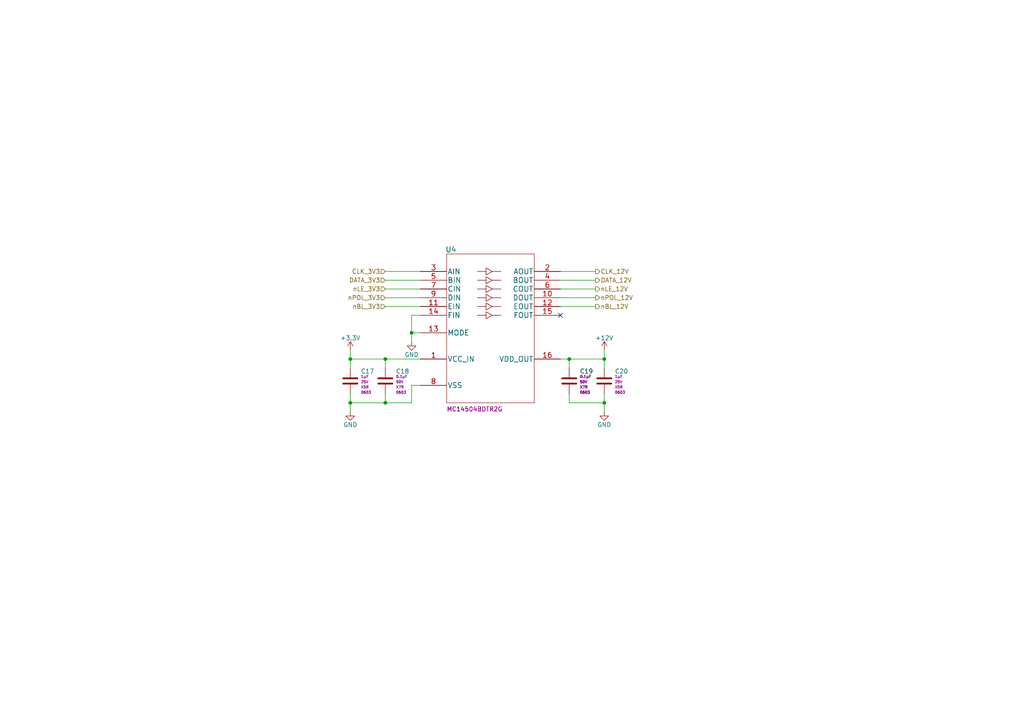
<source format=kicad_sch>
(kicad_sch (version 20211123) (generator eeschema)
  (paper "A4")
  (lib_symbols
    (symbol "arjun_symbols:CAP_CER_0u1_50V_X7R_0603" (pin_numbers hide) (pin_names (offset 0.254))
      (property "Reference" "C" (at 3.048 -1.016 0))
      (property "Capacitance" "0.1µF" (at 3.048 -2.54 0))
      (property "Voltage" "50V" (at 3.048 -4.064 0))
      (property "Package" "0603" (at 3.048 -7.112 0))
      (property "Temp Co" "X7R" (at 3.048 -5.588 0))
      (symbol "CAP_CER_0u1_50V_X7R_0603_0_1"
        (polyline (pts (xy -2.032 -4.572) (xy 2.032 -4.572)) (stroke (width 0.508)))
        (polyline (pts (xy -2.032 -3.048) (xy 2.032 -3.048)) (stroke (width 0.508)))
      )
      (symbol "CAP_CER_0u1_50V_X7R_0603_1_1"
        (pin passive line (at 0 0 270) (length 2.794) (name "~") (number "1"))
        (pin passive line (at 0 -7.62 90) (length 2.794) (name "~") (number "2"))
      )
    )
    (symbol "arjun_symbols:CAP_CER_1u_25V_X5R_0603" (pin_numbers hide) (pin_names (offset 0.254))
      (property "Reference" "C" (at 3.048 -1.016 0))
      (property "Capacitance" "1µF" (at 3.048 -2.54 0))
      (property "Voltage" "25V" (at 3.048 -4.064 0))
      (property "Package" "0603" (at 3.048 -7.112 0))
      (property "Temp Co" "X5R" (at 3.048 -5.588 0))
      (symbol "CAP_CER_1u_25V_X5R_0603_0_1"
        (polyline (pts (xy -2.032 -4.572) (xy 2.032 -4.572)) (stroke (width 0.508)))
        (polyline (pts (xy -2.032 -3.048) (xy 2.032 -3.048)) (stroke (width 0.508)))
      )
      (symbol "CAP_CER_1u_25V_X5R_0603_1_1"
        (pin passive line (at 0 0 270) (length 2.794) (name "~") (number "1"))
        (pin passive line (at 0 -7.62 90) (length 2.794) (name "~") (number "2"))
      )
    )
    (symbol "arjun_symbols:IC_LVL_MC14504BDTR2G" (pin_names (offset 0.254))
      (property "Reference" "U" (at 8.89 6.35 0))
      (property "ManufacturerPN" "MC14504BDTR2G" (at 7.62 -40.64 0))
      (symbol "IC_LVL_MC14504BDTR2G_0_1"
        (polyline (pts (xy 16.51 -12.7) (xy 19.05 -12.7)))
        (polyline (pts (xy 16.51 -10.16) (xy 19.05 -10.16)))
        (polyline (pts (xy 16.51 -7.62) (xy 19.05 -7.62)))
        (polyline (pts (xy 16.51 -5.08) (xy 19.05 -5.08)))
        (polyline (pts (xy 16.51 -2.54) (xy 19.05 -2.54)))
        (polyline (pts (xy 16.51 0) (xy 19.05 0)))
        (polyline (pts (xy 20.828 -12.7) (xy 23.368 -12.7)))
        (polyline (pts (xy 20.828 -10.16) (xy 23.368 -10.16)))
        (polyline (pts (xy 20.828 -7.62) (xy 23.368 -7.62)))
        (polyline (pts (xy 20.828 -5.08) (xy 23.368 -5.08)))
        (polyline (pts (xy 20.828 -2.54) (xy 23.368 -2.54)))
        (polyline (pts (xy 20.828 0) (xy 23.368 0)))
      )
      (symbol "IC_LVL_MC14504BDTR2G_1_1"
        (polyline (pts (xy 7.62 -38.1) (xy 33.02 -38.1)) (stroke (width 0.127)))
        (polyline (pts (xy 7.62 5.08) (xy 7.62 -38.1)) (stroke (width 0.127)))
        (polyline (pts (xy 33.02 -38.1) (xy 33.02 5.08)) (stroke (width 0.127)))
        (polyline (pts (xy 33.02 5.08) (xy 7.62 5.08)) (stroke (width 0.127)))
        (polyline (pts (xy 20.828 -12.7) (xy 19.05 -13.716) (xy 19.05 -11.684) (xy 20.828 -12.7)))
        (polyline (pts (xy 20.828 -10.16) (xy 19.05 -11.176) (xy 19.05 -9.144) (xy 20.828 -10.16)))
        (polyline (pts (xy 20.828 -7.62) (xy 19.05 -8.636) (xy 19.05 -6.604) (xy 20.828 -7.62)))
        (polyline (pts (xy 20.828 -5.08) (xy 19.05 -6.096) (xy 19.05 -4.064) (xy 20.828 -5.08)))
        (polyline (pts (xy 20.828 -2.54) (xy 19.05 -3.556) (xy 19.05 -1.524) (xy 20.828 -2.54)))
        (polyline (pts (xy 20.828 0) (xy 19.05 -1.016) (xy 19.05 1.016) (xy 20.828 0)))
        (pin power_in line (at 0 -25.4 0) (length 7.62) (name "VCC_IN") (number "1"))
        (pin output line (at 40.64 -7.62 180) (length 7.62) (name "DOUT") (number "10"))
        (pin input line (at 0 -10.16 0) (length 7.62) (name "EIN") (number "11"))
        (pin output line (at 40.64 -10.16 180) (length 7.62) (name "EOUT") (number "12"))
        (pin input line (at 0 -17.78 0) (length 7.62) (name "MODE") (number "13"))
        (pin input line (at 0 -12.7 0) (length 7.62) (name "FIN") (number "14"))
        (pin output line (at 40.64 -12.7 180) (length 7.62) (name "FOUT") (number "15"))
        (pin power_in line (at 40.64 -25.4 180) (length 7.62) (name "VDD_OUT") (number "16"))
        (pin output line (at 40.64 0 180) (length 7.62) (name "AOUT") (number "2"))
        (pin input line (at 0 0 0) (length 7.62) (name "AIN") (number "3"))
        (pin output line (at 40.64 -2.54 180) (length 7.62) (name "BOUT") (number "4"))
        (pin input line (at 0 -2.54 0) (length 7.62) (name "BIN") (number "5"))
        (pin output line (at 40.64 -5.08 180) (length 7.62) (name "COUT") (number "6"))
        (pin input line (at 0 -5.08 0) (length 7.62) (name "CIN") (number "7"))
        (pin power_in line (at 0 -33.02 0) (length 7.62) (name "VSS") (number "8"))
        (pin input line (at 0 -7.62 0) (length 7.62) (name "DIN") (number "9"))
      )
    )
    (symbol "power:+12V" (power) (pin_names (offset 0))
      (property "Value" "+12V" (at 0 3.556 0))
      (symbol "+12V_0_1"
        (polyline (pts (xy -0.762 1.27) (xy 0 2.54)))
        (polyline (pts (xy 0 0) (xy 0 2.54)))
        (polyline (pts (xy 0 2.54) (xy 0.762 1.27)))
      )
      (symbol "+12V_1_1"
        (pin power_in line (at 0 0 90) (length 0) hide (name "+12V") (number "1"))
      )
    )
    (symbol "power:+3.3V" (power) (pin_names (offset 0))
      (property "Value" "+3.3V" (at 0 3.556 0))
      (symbol "+3.3V_0_1"
        (polyline (pts (xy -0.762 1.27) (xy 0 2.54)))
        (polyline (pts (xy 0 0) (xy 0 2.54)))
        (polyline (pts (xy 0 2.54) (xy 0.762 1.27)))
      )
      (symbol "+3.3V_1_1"
        (pin power_in line (at 0 0 90) (length 0) hide (name "+3.3V") (number "1"))
      )
    )
    (symbol "power:GND" (power) (pin_names (offset 0))
      (property "Value" "GND" (at 0 -3.81 0))
      (symbol "GND_0_1"
        (polyline (pts (xy 0 0) (xy 0 -1.27) (xy 1.27 -1.27) (xy 0 -2.54) (xy -1.27 -1.27) (xy 0 -1.27)))
      )
      (symbol "GND_1_1"
        (pin power_in line (at 0 0 270) (length 0) hide (name "GND") (number "1"))
      )
    )
  )
  (junction (at 111.76 104.14))
  (junction (at 111.76 116.84))
  (junction (at 175.26 116.84))
  (junction (at 119.38 96.52))
  (junction (at 101.6 116.84))
  (junction (at 165.1 104.14))
  (junction (at 175.26 104.14))
  (junction (at 101.6 104.14))
  (no_connect (at 162.56 91.44))
  (wire (pts (xy 119.38 99.06) (xy 119.38 96.52)))
  (wire (pts (xy 175.26 114.3) (xy 175.26 116.84)))
  (wire (pts (xy 111.76 88.9) (xy 121.92 88.9)))
  (wire (pts (xy 119.38 96.52) (xy 121.92 96.52)))
  (wire (pts (xy 162.56 88.9) (xy 172.72 88.9)))
  (wire (pts (xy 101.6 119.38) (xy 101.6 116.84)))
  (wire (pts (xy 111.76 106.68) (xy 111.76 104.14)))
  (wire (pts (xy 162.56 78.74) (xy 172.72 78.74)))
  (wire (pts (xy 175.26 101.6) (xy 175.26 104.14)))
  (wire (pts (xy 101.6 104.14) (xy 111.76 104.14)))
  (wire (pts (xy 162.56 83.82) (xy 172.72 83.82)))
  (wire (pts (xy 162.56 86.36) (xy 172.72 86.36)))
  (wire (pts (xy 121.92 91.44) (xy 119.38 91.44)))
  (wire (pts (xy 175.26 104.14) (xy 165.1 104.14)))
  (wire (pts (xy 175.26 116.84) (xy 175.26 119.38)))
  (wire (pts (xy 121.92 111.76) (xy 119.38 111.76)))
  (wire (pts (xy 175.26 104.14) (xy 175.26 106.68)))
  (wire (pts (xy 119.38 116.84) (xy 111.76 116.84)))
  (wire (pts (xy 175.26 116.84) (xy 165.1 116.84)))
  (wire (pts (xy 111.76 81.28) (xy 121.92 81.28)))
  (wire (pts (xy 165.1 106.68) (xy 165.1 104.14)))
  (wire (pts (xy 165.1 114.3) (xy 165.1 116.84)))
  (wire (pts (xy 111.76 78.74) (xy 121.92 78.74)))
  (wire (pts (xy 119.38 91.44) (xy 119.38 96.52)))
  (wire (pts (xy 101.6 116.84) (xy 111.76 116.84)))
  (wire (pts (xy 111.76 83.82) (xy 121.92 83.82)))
  (wire (pts (xy 101.6 114.3) (xy 101.6 116.84)))
  (wire (pts (xy 111.76 116.84) (xy 111.76 114.3)))
  (wire (pts (xy 111.76 104.14) (xy 121.92 104.14)))
  (wire (pts (xy 101.6 104.14) (xy 101.6 106.68)))
  (wire (pts (xy 162.56 81.28) (xy 172.72 81.28)))
  (wire (pts (xy 119.38 111.76) (xy 119.38 116.84)))
  (wire (pts (xy 111.76 86.36) (xy 121.92 86.36)))
  (wire (pts (xy 101.6 101.6) (xy 101.6 104.14)))
  (wire (pts (xy 162.56 104.14) (xy 165.1 104.14)))
  (hierarchical_label "nLE_3V3" (shape input) (at 111.76 83.82 180))
  (hierarchical_label "DATA_12V" (shape output) (at 172.72 81.28 0))
  (hierarchical_label "CLK_3V3" (shape input) (at 111.76 78.74 180))
  (hierarchical_label "nPOL_3V3" (shape input) (at 111.76 86.36 180))
  (hierarchical_label "CLK_12V" (shape output) (at 172.72 78.74 0))
  (hierarchical_label "DATA_3V3" (shape input) (at 111.76 81.28 180))
  (hierarchical_label "nLE_12V" (shape output) (at 172.72 83.82 0))
  (hierarchical_label "nBL_3V3" (shape input) (at 111.76 88.9 180))
  (hierarchical_label "nPOL_12V" (shape output) (at 172.72 86.36 0))
  (hierarchical_label "nBL_12V" (shape output) (at 172.72 88.9 0))
  (symbol (lib_id "arjun_symbols:CAP_CER_1u_25V_X5R_0603") (at 175.26 106.68 0) (unit 1)
    (property "Reference" "C20" (at 178.308 107.696 0) (effects (justify left)))
    (property "Value" "CAP_CER_1u_25V_X5R_0603" (effects hide))
    (property "Footprint" "Capacitor_SMD:C_0603_1608Metric" (effects hide))
    (property "Datasheet" "https://www.yageo.com/upload/media/product/productsearch/datasheet/mlcc/UPY-GPHC_X5R_4V-to-50V_26.pdf" (effects hide))
    (property "Manufacturer" "YAGEO" (effects hide))
    (property "ManufacturerPN" "CC0603KRX5R8BB105" (effects hide))
    (property "Vendor" "Digi-Key" (effects hide))
    (property "VendorPN" "311-1445-1-ND" (effects hide))
    (property "Capacitance" "1µF" (at 178.308 109.22 0) (effects (font (size 0.762 0.762)) (justify left)))
    (property "Voltage" "25V" (at 178.308 110.744 0) (effects (font (size 0.762 0.762)) (justify left)))
    (property "Package" "0603" (at 178.308 113.792 0) (effects (font (size 0.762 0.762)) (justify left)))
    (property "Temp Co" "X5R" (at 178.308 112.268 0) (effects (font (size 0.762 0.762)) (justify left)))
  )
  (symbol (lib_id "arjun_symbols:CAP_CER_1u_25V_X5R_0603") (at 101.6 106.68 0) (unit 1)
    (property "Reference" "C17" (at 104.648 107.696 0) (effects (justify left)))
    (property "Value" "CAP_CER_1u_25V_X5R_0603" (effects hide))
    (property "Footprint" "Capacitor_SMD:C_0603_1608Metric" (effects hide))
    (property "Datasheet" "https://www.yageo.com/upload/media/product/productsearch/datasheet/mlcc/UPY-GPHC_X5R_4V-to-50V_26.pdf" (effects hide))
    (property "Manufacturer" "YAGEO" (effects hide))
    (property "ManufacturerPN" "CC0603KRX5R8BB105" (effects hide))
    (property "Vendor" "Digi-Key" (effects hide))
    (property "VendorPN" "311-1445-1-ND" (effects hide))
    (property "Capacitance" "1µF" (at 104.648 109.22 0) (effects (font (size 0.762 0.762)) (justify left)))
    (property "Voltage" "25V" (at 104.648 110.744 0) (effects (font (size 0.762 0.762)) (justify left)))
    (property "Package" "0603" (at 104.648 113.792 0) (effects (font (size 0.762 0.762)) (justify left)))
    (property "Temp Co" "X5R" (at 104.648 112.268 0) (effects (font (size 0.762 0.762)) (justify left)))
  )
  (symbol (lib_id "power:GND") (at 119.38 99.06 0) (unit 1)
    (property "Reference" "#PWR040" (effects hide))
    (property "Value" "GND" (at 119.38 102.87 0))
  )
  (symbol (lib_id "power:+3.3V") (at 101.6 101.6 0) (unit 1)
    (property "Reference" "#PWR038" (effects hide))
    (property "Value" "+3.3V" (at 101.6 98.044 0))
  )
  (symbol (lib_id "arjun_symbols:IC_LVL_MC14504BDTR2G") (at 121.92 78.74 0) (unit 1)
    (property "Reference" "U4" (at 130.81 72.39 0) (effects (font (size 1.524 1.524))))
    (property "Value" "IC_LVL_MC14504BDTR2G" (effects hide))
    (property "Footprint" "arjun_footprints:MC14504BDTR2G" (effects hide))
    (property "Datasheet" "https://www.onsemi.com/pdf/datasheet/mc14504b-d.pdf" (effects hide))
    (property "Manufacturer" "onsemi" (effects hide))
    (property "ManufacturerPN" "MC14504BDTR2G" (at 129.54 119.38 0) (effects (justify left bottom)))
    (property "Vendor" "Digi-Key" (effects hide))
    (property "VendorPN" "MC14504BDTR2GOSCT-ND" (effects hide))
  )
  (symbol (lib_id "power:GND") (at 101.6 119.38 0) (unit 1)
    (property "Reference" "#PWR039" (effects hide))
    (property "Value" "GND" (at 101.6 123.19 0))
  )
  (symbol (lib_id "arjun_symbols:CAP_CER_0u1_50V_X7R_0603") (at 111.76 106.68 0) (unit 1)
    (property "Reference" "C18" (at 114.808 107.696 0) (effects (justify left)))
    (property "Value" "CAP_CER_0u1_50V_X7R_0603" (effects hide))
    (property "Footprint" "Capacitor_SMD:C_0603_1608Metric" (effects hide))
    (property "Datasheet" "https://search.murata.co.jp/Ceramy/image/img/A01X/G101/ENG/GRM21BR61H475KE51-01.pdf" (effects hide))
    (property "Manufacturer" "Samsung Electro-Mechanics" (effects hide))
    (property "ManufacturerPN" "CL10B104KB8NNNC" (effects hide))
    (property "Vendor" "Digi-Key" (effects hide))
    (property "VendorPN" "1276-1000-1-ND" (effects hide))
    (property "Capacitance" "0.1µF" (at 114.808 109.22 0) (effects (font (size 0.762 0.762)) (justify left)))
    (property "Voltage" "50V" (at 114.808 110.744 0) (effects (font (size 0.762 0.762)) (justify left)))
    (property "Package" "0603" (at 114.808 113.792 0) (effects (font (size 0.762 0.762)) (justify left)))
    (property "Temp Co" "X7R" (at 114.808 112.268 0) (effects (font (size 0.762 0.762)) (justify left)))
  )
  (symbol (lib_id "power:+12V") (at 175.26 101.6 0) (unit 1)
    (property "Reference" "#PWR041" (effects hide))
    (property "Value" "+12V" (at 175.26 98.044 0))
  )
  (symbol (lib_id "arjun_symbols:CAP_CER_0u1_50V_X7R_0603") (at 165.1 106.68 0) (unit 1)
    (property "Reference" "C19" (at 168.148 107.696 0) (effects (justify left)))
    (property "Value" "CAP_CER_0u1_50V_X7R_0603" (effects hide))
    (property "Footprint" "Capacitor_SMD:C_0603_1608Metric" (effects hide))
    (property "Datasheet" "https://search.murata.co.jp/Ceramy/image/img/A01X/G101/ENG/GRM21BR61H475KE51-01.pdf" (effects hide))
    (property "Manufacturer" "Samsung Electro-Mechanics" (effects hide))
    (property "ManufacturerPN" "CL10B104KB8NNNC" (effects hide))
    (property "Vendor" "Digi-Key" (effects hide))
    (property "VendorPN" "1276-1000-1-ND" (effects hide))
    (property "Capacitance" "0.1µF" (at 168.148 109.22 0) (effects (font (size 0.762 0.762)) (justify left)))
    (property "Voltage" "50V" (at 168.148 110.744 0) (effects (font (size 0.762 0.762)) (justify left)))
    (property "Package" "0603" (at 168.148 113.792 0) (effects (font (size 0.762 0.762)) (justify left)))
    (property "Temp Co" "X7R" (at 168.148 112.268 0) (effects (font (size 0.762 0.762)) (justify left)))
  )
  (symbol (lib_id "power:GND") (at 175.26 119.38 0) (unit 1)
    (property "Reference" "#PWR042" (effects hide))
    (property "Value" "GND" (at 175.26 123.19 0))
  )
)
</source>
